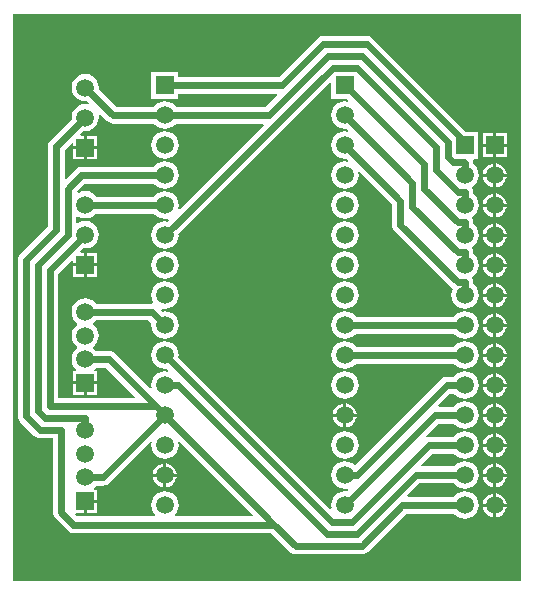
<source format=gbl>
G04 Layer_Physical_Order=2*
G04 Layer_Color=16711680*
%FSLAX24Y24*%
%MOIN*%
G70*
G01*
G75*
%ADD11R,0.0591X0.0591*%
%ADD12C,0.0591*%
%ADD13C,0.0236*%
G36*
X43307Y12992D02*
X26378D01*
Y31890D01*
X43307D01*
Y12992D01*
D02*
G37*
%LPC*%
G36*
X29191Y19542D02*
X28846D01*
Y19196D01*
X29191D01*
Y19542D01*
D02*
G37*
G36*
X28746D02*
X28400D01*
Y19196D01*
X28746D01*
Y19542D01*
D02*
G37*
G36*
X42499Y19905D02*
Y19563D01*
X42841D01*
X42834Y19616D01*
X42794Y19712D01*
X42731Y19795D01*
X42649Y19858D01*
X42552Y19898D01*
X42499Y19905D01*
D02*
G37*
G36*
X42399Y19905D02*
X42346Y19898D01*
X42250Y19858D01*
X42167Y19795D01*
X42104Y19712D01*
X42064Y19616D01*
X42057Y19563D01*
X42399D01*
Y19905D01*
D02*
G37*
G36*
X42841Y19463D02*
X42499D01*
Y19121D01*
X42552Y19128D01*
X42649Y19168D01*
X42731Y19231D01*
X42794Y19314D01*
X42834Y19410D01*
X42841Y19463D01*
D02*
G37*
G36*
X42499Y18905D02*
Y18563D01*
X42841D01*
X42834Y18616D01*
X42794Y18712D01*
X42731Y18795D01*
X42649Y18858D01*
X42552Y18898D01*
X42499Y18905D01*
D02*
G37*
G36*
X37499D02*
Y18563D01*
X37841D01*
X37834Y18616D01*
X37794Y18712D01*
X37731Y18795D01*
X37649Y18858D01*
X37552Y18898D01*
X37499Y18905D01*
D02*
G37*
G36*
X42399Y19463D02*
X42057D01*
X42064Y19410D01*
X42104Y19314D01*
X42167Y19231D01*
X42250Y19168D01*
X42346Y19128D01*
X42399Y19121D01*
Y19463D01*
D02*
G37*
G36*
X37449Y19970D02*
X37331Y19954D01*
X37221Y19908D01*
X37126Y19836D01*
X37054Y19741D01*
X37008Y19631D01*
X36993Y19513D01*
X37008Y19395D01*
X37054Y19285D01*
X37126Y19190D01*
X37221Y19118D01*
X37331Y19072D01*
X37449Y19056D01*
X37567Y19072D01*
X37678Y19118D01*
X37772Y19190D01*
X37845Y19285D01*
X37890Y19395D01*
X37906Y19513D01*
X37890Y19631D01*
X37845Y19741D01*
X37772Y19836D01*
X37678Y19908D01*
X37567Y19954D01*
X37449Y19970D01*
D02*
G37*
G36*
X42841Y21463D02*
X42499D01*
Y21121D01*
X42552Y21128D01*
X42649Y21168D01*
X42731Y21231D01*
X42794Y21314D01*
X42834Y21410D01*
X42841Y21463D01*
D02*
G37*
G36*
X42399D02*
X42057D01*
X42064Y21410D01*
X42104Y21314D01*
X42167Y21231D01*
X42250Y21168D01*
X42346Y21128D01*
X42399Y21121D01*
Y21463D01*
D02*
G37*
G36*
X42499Y21905D02*
Y21563D01*
X42841D01*
X42834Y21616D01*
X42794Y21712D01*
X42731Y21795D01*
X42649Y21858D01*
X42552Y21898D01*
X42499Y21905D01*
D02*
G37*
G36*
X42399Y21905D02*
X42346Y21898D01*
X42250Y21858D01*
X42167Y21795D01*
X42104Y21712D01*
X42064Y21616D01*
X42057Y21563D01*
X42399D01*
Y21905D01*
D02*
G37*
G36*
X41449Y20970D02*
X41331Y20954D01*
X41221Y20909D01*
X41126Y20836D01*
X41092Y20791D01*
X37807D01*
X37772Y20836D01*
X37678Y20909D01*
X37567Y20954D01*
X37449Y20970D01*
X37331Y20954D01*
X37221Y20909D01*
X37126Y20836D01*
X37054Y20741D01*
X37008Y20631D01*
X36993Y20513D01*
X37008Y20395D01*
X37054Y20285D01*
X37126Y20190D01*
X37221Y20118D01*
X37331Y20072D01*
X37449Y20056D01*
X37567Y20072D01*
X37678Y20118D01*
X37772Y20190D01*
X37807Y20235D01*
X41092D01*
X41126Y20190D01*
X41221Y20118D01*
X41331Y20072D01*
X41449Y20056D01*
X41567Y20072D01*
X41678Y20118D01*
X41772Y20190D01*
X41845Y20285D01*
X41890Y20395D01*
X41906Y20513D01*
X41890Y20631D01*
X41845Y20741D01*
X41772Y20836D01*
X41678Y20909D01*
X41567Y20954D01*
X41449Y20970D01*
D02*
G37*
G36*
X42841Y20463D02*
X42499D01*
Y20121D01*
X42552Y20128D01*
X42649Y20168D01*
X42731Y20231D01*
X42794Y20314D01*
X42834Y20410D01*
X42841Y20463D01*
D02*
G37*
G36*
X42399D02*
X42057D01*
X42064Y20410D01*
X42104Y20314D01*
X42167Y20231D01*
X42250Y20168D01*
X42346Y20128D01*
X42399Y20121D01*
Y20463D01*
D02*
G37*
G36*
X42499Y20905D02*
Y20563D01*
X42841D01*
X42834Y20616D01*
X42794Y20712D01*
X42731Y20795D01*
X42649Y20858D01*
X42552Y20898D01*
X42499Y20905D01*
D02*
G37*
G36*
X42399Y20905D02*
X42346Y20898D01*
X42250Y20858D01*
X42167Y20795D01*
X42104Y20712D01*
X42064Y20616D01*
X42057Y20563D01*
X42399D01*
Y20905D01*
D02*
G37*
G36*
Y18905D02*
X42346Y18898D01*
X42250Y18858D01*
X42167Y18795D01*
X42104Y18712D01*
X42064Y18616D01*
X42057Y18563D01*
X42399D01*
Y18905D01*
D02*
G37*
G36*
X42399Y16905D02*
X42346Y16898D01*
X42250Y16858D01*
X42167Y16795D01*
X42104Y16712D01*
X42064Y16616D01*
X42057Y16563D01*
X42399D01*
Y16905D01*
D02*
G37*
G36*
X42841Y16463D02*
X42499D01*
Y16121D01*
X42552Y16128D01*
X42649Y16168D01*
X42731Y16231D01*
X42794Y16314D01*
X42834Y16410D01*
X42841Y16463D01*
D02*
G37*
G36*
X37449Y17970D02*
X37331Y17954D01*
X37221Y17909D01*
X37126Y17836D01*
X37054Y17741D01*
X37008Y17631D01*
X36993Y17513D01*
X37008Y17395D01*
X37054Y17285D01*
X37126Y17190D01*
X37221Y17118D01*
X37331Y17072D01*
X37449Y17056D01*
X37567Y17072D01*
X37678Y17118D01*
X37772Y17190D01*
X37845Y17285D01*
X37890Y17395D01*
X37906Y17513D01*
X37890Y17631D01*
X37845Y17741D01*
X37772Y17836D01*
X37678Y17909D01*
X37567Y17954D01*
X37449Y17970D01*
D02*
G37*
G36*
X42499Y16905D02*
Y16563D01*
X42841D01*
X42834Y16616D01*
X42794Y16712D01*
X42731Y16795D01*
X42649Y16858D01*
X42552Y16898D01*
X42499Y16905D01*
D02*
G37*
G36*
X42399Y16463D02*
X42057D01*
X42064Y16410D01*
X42104Y16314D01*
X42167Y16231D01*
X42250Y16168D01*
X42346Y16128D01*
X42399Y16121D01*
Y16463D01*
D02*
G37*
G36*
X42841Y15463D02*
X42499D01*
Y15121D01*
X42552Y15128D01*
X42649Y15168D01*
X42731Y15231D01*
X42794Y15314D01*
X42834Y15410D01*
X42841Y15463D01*
D02*
G37*
G36*
X42399D02*
X42057D01*
X42064Y15410D01*
X42104Y15314D01*
X42167Y15231D01*
X42250Y15168D01*
X42346Y15128D01*
X42399Y15121D01*
Y15463D01*
D02*
G37*
G36*
X42499Y15905D02*
Y15563D01*
X42841D01*
X42834Y15616D01*
X42794Y15712D01*
X42731Y15795D01*
X42649Y15858D01*
X42552Y15898D01*
X42499Y15905D01*
D02*
G37*
G36*
X42399Y15905D02*
X42346Y15898D01*
X42250Y15858D01*
X42167Y15795D01*
X42104Y15712D01*
X42064Y15616D01*
X42057Y15563D01*
X42399D01*
Y15905D01*
D02*
G37*
G36*
X37841Y18463D02*
X37499D01*
Y18121D01*
X37552Y18128D01*
X37649Y18168D01*
X37731Y18231D01*
X37794Y18314D01*
X37834Y18410D01*
X37841Y18463D01*
D02*
G37*
G36*
X42399D02*
X42057D01*
X42064Y18410D01*
X42104Y18314D01*
X42167Y18231D01*
X42250Y18168D01*
X42346Y18128D01*
X42399Y18121D01*
Y18463D01*
D02*
G37*
G36*
X37399Y18905D02*
X37346Y18898D01*
X37250Y18858D01*
X37167Y18795D01*
X37104Y18712D01*
X37064Y18616D01*
X37057Y18563D01*
X37399D01*
Y18905D01*
D02*
G37*
G36*
X42841Y18463D02*
X42499D01*
Y18121D01*
X42552Y18128D01*
X42649Y18168D01*
X42731Y18231D01*
X42794Y18314D01*
X42834Y18410D01*
X42841Y18463D01*
D02*
G37*
G36*
X37399D02*
X37057D01*
X37064Y18410D01*
X37104Y18314D01*
X37167Y18231D01*
X37250Y18168D01*
X37346Y18128D01*
X37399Y18121D01*
Y18463D01*
D02*
G37*
G36*
X42841Y17463D02*
X42499D01*
Y17121D01*
X42552Y17128D01*
X42649Y17168D01*
X42731Y17231D01*
X42794Y17314D01*
X42834Y17410D01*
X42841Y17463D01*
D02*
G37*
G36*
X42399D02*
X42057D01*
X42064Y17410D01*
X42104Y17314D01*
X42167Y17231D01*
X42250Y17168D01*
X42346Y17128D01*
X42399Y17121D01*
Y17463D01*
D02*
G37*
G36*
X42499Y17905D02*
Y17563D01*
X42841D01*
X42834Y17616D01*
X42794Y17712D01*
X42731Y17795D01*
X42649Y17858D01*
X42552Y17898D01*
X42499Y17905D01*
D02*
G37*
G36*
X42399Y17905D02*
X42346Y17898D01*
X42250Y17858D01*
X42167Y17795D01*
X42104Y17712D01*
X42064Y17616D01*
X42057Y17563D01*
X42399D01*
Y17905D01*
D02*
G37*
G36*
X41449Y21970D02*
X41331Y21954D01*
X41221Y21909D01*
X41126Y21836D01*
X41092Y21791D01*
X37807D01*
X37772Y21836D01*
X37678Y21909D01*
X37567Y21954D01*
X37449Y21970D01*
X37331Y21954D01*
X37221Y21909D01*
X37126Y21836D01*
X37054Y21741D01*
X37008Y21631D01*
X36993Y21513D01*
X37008Y21395D01*
X37054Y21285D01*
X37126Y21190D01*
X37221Y21118D01*
X37331Y21072D01*
X37449Y21056D01*
X37567Y21072D01*
X37678Y21118D01*
X37772Y21190D01*
X37807Y21235D01*
X41092D01*
X41126Y21190D01*
X41221Y21118D01*
X41331Y21072D01*
X41449Y21056D01*
X41567Y21072D01*
X41678Y21118D01*
X41772Y21190D01*
X41845Y21285D01*
X41890Y21395D01*
X41906Y21513D01*
X41890Y21631D01*
X41845Y21741D01*
X41772Y21836D01*
X41678Y21909D01*
X41567Y21954D01*
X41449Y21970D01*
D02*
G37*
G36*
X42399Y25905D02*
X42346Y25898D01*
X42250Y25858D01*
X42167Y25795D01*
X42104Y25712D01*
X42064Y25616D01*
X42057Y25563D01*
X42399D01*
Y25905D01*
D02*
G37*
G36*
X42841Y25463D02*
X42499D01*
Y25121D01*
X42552Y25128D01*
X42649Y25168D01*
X42731Y25231D01*
X42794Y25314D01*
X42834Y25410D01*
X42841Y25463D01*
D02*
G37*
G36*
X42399Y26463D02*
X42057D01*
X42064Y26410D01*
X42104Y26314D01*
X42167Y26231D01*
X42250Y26168D01*
X42346Y26128D01*
X42399Y26121D01*
Y26463D01*
D02*
G37*
G36*
X42499Y25905D02*
Y25563D01*
X42841D01*
X42834Y25616D01*
X42794Y25712D01*
X42731Y25795D01*
X42649Y25858D01*
X42552Y25898D01*
X42499Y25905D01*
D02*
G37*
G36*
Y24905D02*
Y24563D01*
X42841D01*
X42834Y24616D01*
X42794Y24712D01*
X42731Y24795D01*
X42649Y24858D01*
X42552Y24898D01*
X42499Y24905D01*
D02*
G37*
G36*
X42399Y24905D02*
X42346Y24898D01*
X42250Y24858D01*
X42167Y24795D01*
X42104Y24712D01*
X42064Y24616D01*
X42057Y24563D01*
X42399D01*
Y24905D01*
D02*
G37*
G36*
Y25463D02*
X42057D01*
X42064Y25410D01*
X42104Y25314D01*
X42167Y25231D01*
X42250Y25168D01*
X42346Y25128D01*
X42399Y25121D01*
Y25463D01*
D02*
G37*
G36*
X37449Y25970D02*
X37331Y25954D01*
X37221Y25909D01*
X37126Y25836D01*
X37054Y25741D01*
X37008Y25631D01*
X36993Y25513D01*
X37008Y25395D01*
X37054Y25285D01*
X37126Y25190D01*
X37221Y25118D01*
X37331Y25072D01*
X37449Y25056D01*
X37567Y25072D01*
X37678Y25118D01*
X37772Y25190D01*
X37845Y25285D01*
X37890Y25395D01*
X37906Y25513D01*
X37890Y25631D01*
X37845Y25741D01*
X37772Y25836D01*
X37678Y25909D01*
X37567Y25954D01*
X37449Y25970D01*
D02*
G37*
G36*
X42399Y27908D02*
X42054D01*
Y27563D01*
X42399D01*
Y27908D01*
D02*
G37*
G36*
X42844Y27463D02*
X42499D01*
Y27118D01*
X42844D01*
Y27463D01*
D02*
G37*
G36*
X38185Y31149D02*
X36714D01*
X36642Y31140D01*
X36575Y31112D01*
X36517Y31068D01*
X35240Y29791D01*
X31902D01*
Y29966D01*
X30996D01*
Y29060D01*
X31902D01*
Y29235D01*
X35176D01*
X35195Y29189D01*
X34797Y28791D01*
X31807D01*
X31772Y28836D01*
X31678Y28909D01*
X31567Y28954D01*
X31449Y28970D01*
X31331Y28954D01*
X31221Y28909D01*
X31126Y28836D01*
X31092Y28791D01*
X29832D01*
X29245Y29378D01*
X29252Y29434D01*
X29237Y29552D01*
X29191Y29663D01*
X29119Y29757D01*
X29024Y29830D01*
X28914Y29875D01*
X28796Y29891D01*
X28677Y29875D01*
X28567Y29830D01*
X28473Y29757D01*
X28400Y29663D01*
X28355Y29552D01*
X28339Y29434D01*
X28355Y29316D01*
X28400Y29206D01*
X28473Y29111D01*
X28567Y29039D01*
X28677Y28993D01*
X28796Y28978D01*
X28852Y28985D01*
X28911Y28926D01*
X28887Y28879D01*
X28796Y28891D01*
X28677Y28875D01*
X28567Y28830D01*
X28473Y28757D01*
X28400Y28663D01*
X28355Y28552D01*
X28339Y28434D01*
X28346Y28378D01*
X27635Y27666D01*
X27590Y27609D01*
X27563Y27542D01*
X27553Y27470D01*
Y24793D01*
X26631Y23870D01*
X26586Y23813D01*
X26559Y23746D01*
X26549Y23674D01*
Y18478D01*
X26559Y18406D01*
X26586Y18339D01*
X26631Y18282D01*
X27092Y17820D01*
X27149Y17776D01*
X27216Y17748D01*
X27288Y17739D01*
X27710D01*
Y15281D01*
X27720Y15209D01*
X27748Y15142D01*
X27792Y15084D01*
X28205Y14671D01*
X28263Y14627D01*
X28330Y14599D01*
X28402Y14589D01*
X34980D01*
X35611Y13958D01*
X35668Y13914D01*
X35735Y13886D01*
X35807Y13877D01*
X38012D01*
X38084Y13886D01*
X38151Y13914D01*
X38208Y13958D01*
X39485Y15235D01*
X41092D01*
X41126Y15190D01*
X41221Y15118D01*
X41331Y15072D01*
X41449Y15056D01*
X41567Y15072D01*
X41678Y15118D01*
X41772Y15190D01*
X41845Y15285D01*
X41890Y15395D01*
X41906Y15513D01*
X41890Y15631D01*
X41845Y15741D01*
X41772Y15836D01*
X41678Y15908D01*
X41567Y15954D01*
X41449Y15970D01*
X41331Y15954D01*
X41221Y15908D01*
X41126Y15836D01*
X41092Y15791D01*
X39550D01*
X39531Y15837D01*
X39946Y16253D01*
X41078D01*
X41126Y16190D01*
X41221Y16118D01*
X41331Y16072D01*
X41449Y16056D01*
X41567Y16072D01*
X41678Y16118D01*
X41772Y16190D01*
X41845Y16285D01*
X41890Y16395D01*
X41906Y16513D01*
X41890Y16631D01*
X41845Y16741D01*
X41772Y16836D01*
X41678Y16909D01*
X41567Y16954D01*
X41449Y16970D01*
X41331Y16954D01*
X41221Y16909D01*
X41126Y16836D01*
X41106Y16809D01*
X40011D01*
X39992Y16855D01*
X40372Y17235D01*
X41092D01*
X41126Y17190D01*
X41221Y17118D01*
X41331Y17072D01*
X41449Y17056D01*
X41567Y17072D01*
X41678Y17118D01*
X41772Y17190D01*
X41845Y17285D01*
X41890Y17395D01*
X41906Y17513D01*
X41890Y17631D01*
X41845Y17741D01*
X41772Y17836D01*
X41678Y17909D01*
X41567Y17954D01*
X41449Y17970D01*
X41331Y17954D01*
X41221Y17909D01*
X41126Y17836D01*
X41092Y17791D01*
X40257D01*
X40185Y17782D01*
X40179Y17779D01*
X40151Y17822D01*
X40564Y18235D01*
X41092D01*
X41126Y18190D01*
X41221Y18118D01*
X41331Y18072D01*
X41449Y18056D01*
X41567Y18072D01*
X41678Y18118D01*
X41772Y18190D01*
X41845Y18285D01*
X41890Y18395D01*
X41906Y18513D01*
X41890Y18631D01*
X41845Y18741D01*
X41772Y18836D01*
X41678Y18908D01*
X41567Y18954D01*
X41449Y18970D01*
X41331Y18954D01*
X41221Y18908D01*
X41126Y18836D01*
X41092Y18791D01*
X40579D01*
X40560Y18837D01*
X40957Y19235D01*
X41092D01*
X41126Y19190D01*
X41221Y19118D01*
X41331Y19072D01*
X41449Y19056D01*
X41567Y19072D01*
X41678Y19118D01*
X41772Y19190D01*
X41845Y19285D01*
X41890Y19395D01*
X41906Y19513D01*
X41890Y19631D01*
X41845Y19741D01*
X41772Y19836D01*
X41678Y19908D01*
X41567Y19954D01*
X41449Y19970D01*
X41331Y19954D01*
X41221Y19908D01*
X41126Y19836D01*
X41092Y19791D01*
X40842D01*
X40770Y19782D01*
X40703Y19754D01*
X40646Y19710D01*
X37772Y16836D01*
X37678Y16909D01*
X37567Y16954D01*
X37449Y16970D01*
X37331Y16954D01*
X37221Y16909D01*
X37126Y16836D01*
X37054Y16741D01*
X37008Y16631D01*
X36993Y16513D01*
X37008Y16395D01*
X37054Y16285D01*
X37126Y16190D01*
X37221Y16118D01*
X37331Y16072D01*
X37449Y16056D01*
X37541Y16068D01*
X37564Y16021D01*
X37505Y15962D01*
X37449Y15970D01*
X37331Y15954D01*
X37221Y15908D01*
X37126Y15836D01*
X37054Y15741D01*
X37008Y15631D01*
X36993Y15513D01*
X37005Y15421D01*
X36957Y15398D01*
X31898Y20457D01*
X31906Y20513D01*
X31890Y20631D01*
X31845Y20741D01*
X31772Y20836D01*
X31678Y20909D01*
X31567Y20954D01*
X31449Y20970D01*
X31331Y20954D01*
X31221Y20909D01*
X31126Y20836D01*
X31054Y20741D01*
X31008Y20631D01*
X30993Y20513D01*
X31008Y20395D01*
X31054Y20285D01*
X31126Y20190D01*
X31221Y20118D01*
X31331Y20072D01*
X31449Y20056D01*
X31505Y20064D01*
X31564Y20005D01*
X31541Y19958D01*
X31449Y19970D01*
X31331Y19954D01*
X31221Y19908D01*
X31126Y19836D01*
X31054Y19741D01*
X31008Y19631D01*
X30993Y19513D01*
X31005Y19421D01*
X30957Y19398D01*
X29780Y20576D01*
X29722Y20620D01*
X29655Y20648D01*
X29583Y20657D01*
X29153D01*
X29119Y20702D01*
X29059Y20748D01*
Y20798D01*
X29119Y20844D01*
X29191Y20938D01*
X29237Y21048D01*
X29252Y21167D01*
X29237Y21285D01*
X29191Y21395D01*
X29119Y21489D01*
X29059Y21535D01*
Y21585D01*
X29119Y21631D01*
X29153Y21676D01*
X30893D01*
X31000Y21569D01*
X30993Y21513D01*
X31008Y21395D01*
X31054Y21285D01*
X31126Y21190D01*
X31221Y21118D01*
X31331Y21072D01*
X31449Y21056D01*
X31567Y21072D01*
X31678Y21118D01*
X31772Y21190D01*
X31845Y21285D01*
X31890Y21395D01*
X31906Y21513D01*
X31890Y21631D01*
X31845Y21741D01*
X31772Y21836D01*
X31678Y21909D01*
X31567Y21954D01*
X31449Y21970D01*
X31393Y21962D01*
X31334Y22021D01*
X31358Y22068D01*
X31449Y22056D01*
X31567Y22072D01*
X31678Y22118D01*
X31772Y22190D01*
X31845Y22285D01*
X31890Y22395D01*
X31906Y22513D01*
X31890Y22631D01*
X31845Y22741D01*
X31772Y22836D01*
X31678Y22908D01*
X31567Y22954D01*
X31449Y22970D01*
X31331Y22954D01*
X31221Y22908D01*
X31126Y22836D01*
X31054Y22741D01*
X31008Y22631D01*
X30993Y22513D01*
X31008Y22395D01*
X31054Y22285D01*
X31061Y22275D01*
X31034Y22229D01*
X31008Y22232D01*
X29153D01*
X29119Y22277D01*
X29024Y22349D01*
X28914Y22395D01*
X28796Y22411D01*
X28677Y22395D01*
X28567Y22349D01*
X28473Y22277D01*
X28400Y22182D01*
X28355Y22072D01*
X28339Y21954D01*
X28355Y21836D01*
X28400Y21726D01*
X28473Y21631D01*
X28532Y21585D01*
Y21535D01*
X28473Y21489D01*
X28400Y21395D01*
X28355Y21285D01*
X28339Y21167D01*
X28355Y21048D01*
X28400Y20938D01*
X28473Y20844D01*
X28532Y20798D01*
Y20748D01*
X28473Y20702D01*
X28400Y20607D01*
X28355Y20497D01*
X28339Y20379D01*
X28355Y20261D01*
X28400Y20151D01*
X28473Y20056D01*
X28501Y20034D01*
X28485Y19987D01*
X28400D01*
Y19642D01*
X28796D01*
X29191D01*
Y19987D01*
X29106D01*
X29090Y20034D01*
X29119Y20056D01*
X29153Y20101D01*
X29468D01*
X30441Y19129D01*
X30421Y19082D01*
X27892D01*
Y23233D01*
X28354Y23694D01*
X28400Y23675D01*
Y23579D01*
X28746D01*
Y23924D01*
X28649D01*
X28630Y23970D01*
X28739Y24079D01*
X28796Y24072D01*
X28914Y24088D01*
X29024Y24133D01*
X29119Y24206D01*
X29191Y24300D01*
X29237Y24411D01*
X29252Y24529D01*
X29237Y24647D01*
X29191Y24757D01*
X29119Y24852D01*
X29024Y24924D01*
X28914Y24970D01*
X28796Y24985D01*
X28677Y24970D01*
X28567Y24924D01*
X28548Y24909D01*
X28503Y24931D01*
Y25126D01*
X28548Y25148D01*
X28567Y25133D01*
X28677Y25088D01*
X28796Y25072D01*
X28914Y25088D01*
X29024Y25133D01*
X29119Y25206D01*
X29141Y25235D01*
X31092D01*
X31126Y25190D01*
X31221Y25118D01*
X31331Y25072D01*
X31449Y25056D01*
X31563Y25071D01*
X31567Y25068D01*
X31580Y25018D01*
X31523Y24960D01*
X31449Y24970D01*
X31331Y24954D01*
X31221Y24908D01*
X31126Y24836D01*
X31054Y24741D01*
X31008Y24631D01*
X30993Y24513D01*
X31008Y24395D01*
X31054Y24285D01*
X31126Y24190D01*
X31221Y24118D01*
X31331Y24072D01*
X31449Y24056D01*
X31567Y24072D01*
X31678Y24118D01*
X31772Y24190D01*
X31845Y24285D01*
X31890Y24395D01*
X31906Y24513D01*
X31901Y24552D01*
X36950Y29601D01*
X36996Y29582D01*
Y29060D01*
X37509D01*
X37564Y29005D01*
X37541Y28958D01*
X37449Y28970D01*
X37331Y28954D01*
X37221Y28909D01*
X37126Y28836D01*
X37054Y28741D01*
X37008Y28631D01*
X36993Y28513D01*
X37008Y28395D01*
X37054Y28285D01*
X37126Y28190D01*
X37221Y28118D01*
X37331Y28072D01*
X37449Y28056D01*
X37505Y28064D01*
X37564Y28005D01*
X37541Y27958D01*
X37449Y27970D01*
X37331Y27954D01*
X37221Y27908D01*
X37126Y27836D01*
X37054Y27741D01*
X37008Y27631D01*
X36993Y27513D01*
X37008Y27395D01*
X37054Y27285D01*
X37126Y27190D01*
X37221Y27118D01*
X37331Y27072D01*
X37449Y27056D01*
X37505Y27064D01*
X37564Y27005D01*
X37541Y26958D01*
X37449Y26970D01*
X37331Y26954D01*
X37221Y26909D01*
X37126Y26836D01*
X37054Y26741D01*
X37008Y26631D01*
X36993Y26513D01*
X37008Y26395D01*
X37054Y26285D01*
X37126Y26190D01*
X37221Y26118D01*
X37331Y26072D01*
X37449Y26056D01*
X37567Y26072D01*
X37678Y26118D01*
X37772Y26190D01*
X37845Y26285D01*
X37890Y26395D01*
X37906Y26513D01*
X37894Y26605D01*
X37941Y26628D01*
X39026Y25544D01*
Y24851D01*
X39035Y24779D01*
X39063Y24712D01*
X39107Y24655D01*
X41016Y22746D01*
X41046Y22723D01*
X41008Y22631D01*
X40993Y22513D01*
X41008Y22395D01*
X41054Y22285D01*
X41126Y22190D01*
X41221Y22118D01*
X41331Y22072D01*
X41449Y22056D01*
X41567Y22072D01*
X41678Y22118D01*
X41772Y22190D01*
X41845Y22285D01*
X41890Y22395D01*
X41906Y22513D01*
X41890Y22631D01*
X41845Y22741D01*
X41772Y22836D01*
X41727Y22870D01*
Y22942D01*
X41718Y23014D01*
X41690Y23081D01*
X41673Y23103D01*
X41678Y23118D01*
X41772Y23190D01*
X41845Y23285D01*
X41890Y23395D01*
X41906Y23513D01*
X41890Y23631D01*
X41845Y23741D01*
X41772Y23836D01*
X41727Y23870D01*
Y23942D01*
X41718Y24014D01*
X41690Y24081D01*
X41673Y24103D01*
X41678Y24118D01*
X41772Y24190D01*
X41845Y24285D01*
X41890Y24395D01*
X41906Y24513D01*
X41890Y24631D01*
X41845Y24741D01*
X41772Y24836D01*
X41727Y24870D01*
Y24942D01*
X41718Y25014D01*
X41690Y25081D01*
X41673Y25103D01*
X41678Y25118D01*
X41772Y25190D01*
X41845Y25285D01*
X41890Y25395D01*
X41906Y25513D01*
X41890Y25631D01*
X41845Y25741D01*
X41772Y25836D01*
X41727Y25870D01*
Y25942D01*
X41718Y26014D01*
X41690Y26081D01*
X41673Y26103D01*
X41678Y26118D01*
X41772Y26190D01*
X41845Y26285D01*
X41890Y26395D01*
X41906Y26513D01*
X41890Y26631D01*
X41845Y26741D01*
X41772Y26836D01*
X41727Y26870D01*
Y26913D01*
X41718Y26985D01*
X41707Y27010D01*
X41741Y27060D01*
X41902D01*
Y27966D01*
X41483D01*
X38381Y31068D01*
X38324Y31112D01*
X38257Y31140D01*
X38185Y31149D01*
D02*
G37*
G36*
X42844Y27908D02*
X42499D01*
Y27563D01*
X42844D01*
Y27908D01*
D02*
G37*
G36*
X42399Y26905D02*
X42346Y26898D01*
X42250Y26858D01*
X42167Y26795D01*
X42104Y26712D01*
X42064Y26616D01*
X42057Y26563D01*
X42399D01*
Y26905D01*
D02*
G37*
G36*
X42841Y26463D02*
X42499D01*
Y26121D01*
X42552Y26128D01*
X42649Y26168D01*
X42731Y26231D01*
X42794Y26314D01*
X42834Y26410D01*
X42841Y26463D01*
D02*
G37*
G36*
X42399Y27463D02*
X42054D01*
Y27118D01*
X42399D01*
Y27463D01*
D02*
G37*
G36*
X42499Y26905D02*
Y26563D01*
X42841D01*
X42834Y26616D01*
X42794Y26712D01*
X42731Y26795D01*
X42649Y26858D01*
X42552Y26898D01*
X42499Y26905D01*
D02*
G37*
G36*
X42841Y24463D02*
X42499D01*
Y24121D01*
X42552Y24128D01*
X42649Y24168D01*
X42731Y24231D01*
X42794Y24314D01*
X42834Y24410D01*
X42841Y24463D01*
D02*
G37*
G36*
X31449Y23970D02*
X31331Y23954D01*
X31221Y23909D01*
X31126Y23836D01*
X31054Y23741D01*
X31008Y23631D01*
X30993Y23513D01*
X31008Y23395D01*
X31054Y23285D01*
X31126Y23190D01*
X31221Y23118D01*
X31331Y23072D01*
X31449Y23056D01*
X31567Y23072D01*
X31678Y23118D01*
X31772Y23190D01*
X31845Y23285D01*
X31890Y23395D01*
X31906Y23513D01*
X31890Y23631D01*
X31845Y23741D01*
X31772Y23836D01*
X31678Y23909D01*
X31567Y23954D01*
X31449Y23970D01*
D02*
G37*
G36*
X37449Y22970D02*
X37331Y22954D01*
X37221Y22908D01*
X37126Y22836D01*
X37054Y22741D01*
X37008Y22631D01*
X36993Y22513D01*
X37008Y22395D01*
X37054Y22285D01*
X37126Y22190D01*
X37221Y22118D01*
X37331Y22072D01*
X37449Y22056D01*
X37567Y22072D01*
X37678Y22118D01*
X37772Y22190D01*
X37845Y22285D01*
X37890Y22395D01*
X37906Y22513D01*
X37890Y22631D01*
X37845Y22741D01*
X37772Y22836D01*
X37678Y22908D01*
X37567Y22954D01*
X37449Y22970D01*
D02*
G37*
G36*
X42399Y23463D02*
X42057D01*
X42064Y23410D01*
X42104Y23314D01*
X42167Y23231D01*
X42250Y23168D01*
X42346Y23128D01*
X42399Y23121D01*
Y23463D01*
D02*
G37*
G36*
X37449Y23970D02*
X37331Y23954D01*
X37221Y23909D01*
X37126Y23836D01*
X37054Y23741D01*
X37008Y23631D01*
X36993Y23513D01*
X37008Y23395D01*
X37054Y23285D01*
X37126Y23190D01*
X37221Y23118D01*
X37331Y23072D01*
X37449Y23056D01*
X37567Y23072D01*
X37678Y23118D01*
X37772Y23190D01*
X37845Y23285D01*
X37890Y23395D01*
X37906Y23513D01*
X37890Y23631D01*
X37845Y23741D01*
X37772Y23836D01*
X37678Y23909D01*
X37567Y23954D01*
X37449Y23970D01*
D02*
G37*
G36*
X42499Y22905D02*
Y22563D01*
X42841D01*
X42834Y22616D01*
X42794Y22712D01*
X42731Y22795D01*
X42649Y22858D01*
X42552Y22898D01*
X42499Y22905D01*
D02*
G37*
G36*
X42399Y22905D02*
X42346Y22898D01*
X42250Y22858D01*
X42167Y22795D01*
X42104Y22712D01*
X42064Y22616D01*
X42057Y22563D01*
X42399D01*
Y22905D01*
D02*
G37*
G36*
Y22463D02*
X42057D01*
X42064Y22410D01*
X42104Y22314D01*
X42167Y22231D01*
X42250Y22168D01*
X42346Y22128D01*
X42399Y22121D01*
Y22463D01*
D02*
G37*
G36*
X42841D02*
X42499D01*
Y22121D01*
X42552Y22128D01*
X42649Y22168D01*
X42731Y22231D01*
X42794Y22314D01*
X42834Y22410D01*
X42841Y22463D01*
D02*
G37*
G36*
X37449Y24970D02*
X37331Y24954D01*
X37221Y24908D01*
X37126Y24836D01*
X37054Y24741D01*
X37008Y24631D01*
X36993Y24513D01*
X37008Y24395D01*
X37054Y24285D01*
X37126Y24190D01*
X37221Y24118D01*
X37331Y24072D01*
X37449Y24056D01*
X37567Y24072D01*
X37678Y24118D01*
X37772Y24190D01*
X37845Y24285D01*
X37890Y24395D01*
X37906Y24513D01*
X37890Y24631D01*
X37845Y24741D01*
X37772Y24836D01*
X37678Y24908D01*
X37567Y24954D01*
X37449Y24970D01*
D02*
G37*
G36*
X42399Y24463D02*
X42057D01*
X42064Y24410D01*
X42104Y24314D01*
X42167Y24231D01*
X42250Y24168D01*
X42346Y24128D01*
X42399Y24121D01*
Y24463D01*
D02*
G37*
G36*
X29191Y23924D02*
X28846D01*
Y23579D01*
X29191D01*
Y23924D01*
D02*
G37*
G36*
X42499Y23905D02*
Y23563D01*
X42841D01*
X42834Y23616D01*
X42794Y23712D01*
X42731Y23795D01*
X42649Y23858D01*
X42552Y23898D01*
X42499Y23905D01*
D02*
G37*
G36*
X28746Y23479D02*
X28400D01*
Y23133D01*
X28746D01*
Y23479D01*
D02*
G37*
G36*
X42841Y23463D02*
X42499D01*
Y23121D01*
X42552Y23128D01*
X42649Y23168D01*
X42731Y23231D01*
X42794Y23314D01*
X42834Y23410D01*
X42841Y23463D01*
D02*
G37*
G36*
X42399Y23905D02*
X42346Y23898D01*
X42250Y23858D01*
X42167Y23795D01*
X42104Y23712D01*
X42064Y23616D01*
X42057Y23563D01*
X42399D01*
Y23905D01*
D02*
G37*
G36*
X29191Y23479D02*
X28846D01*
Y23133D01*
X29191D01*
Y23479D01*
D02*
G37*
%LPD*%
G36*
X34378Y15192D02*
X34358Y15145D01*
X31787D01*
X31786Y15149D01*
X31776Y15195D01*
X31845Y15285D01*
X31890Y15395D01*
X31906Y15513D01*
X31890Y15631D01*
X31845Y15741D01*
X31772Y15836D01*
X31678Y15908D01*
X31567Y15954D01*
X31449Y15970D01*
X31331Y15954D01*
X31221Y15908D01*
X31126Y15836D01*
X31054Y15741D01*
X31008Y15631D01*
X30993Y15513D01*
X31008Y15395D01*
X31054Y15285D01*
X31122Y15195D01*
X31112Y15149D01*
X31111Y15145D01*
X28517D01*
X28465Y15198D01*
X28484Y15244D01*
X28746D01*
Y15639D01*
X28796D01*
Y15689D01*
X29191D01*
Y16034D01*
X29090D01*
X29073Y16084D01*
X29119Y16119D01*
X29153Y16164D01*
X29378D01*
X29450Y16174D01*
X29517Y16201D01*
X29575Y16246D01*
X30957Y17628D01*
X31005Y17605D01*
X30993Y17513D01*
X31008Y17395D01*
X31054Y17285D01*
X31126Y17190D01*
X31221Y17118D01*
X31331Y17072D01*
X31449Y17056D01*
X31567Y17072D01*
X31678Y17118D01*
X31772Y17190D01*
X31845Y17285D01*
X31890Y17395D01*
X31906Y17513D01*
X31894Y17605D01*
X31941Y17628D01*
X34378Y15192D01*
D02*
G37*
G36*
X29520Y28316D02*
X29578Y28272D01*
X29645Y28245D01*
X29717Y28235D01*
X31092D01*
X31126Y28190D01*
X31221Y28118D01*
X31331Y28072D01*
X31449Y28056D01*
X31567Y28072D01*
X31678Y28118D01*
X31772Y28190D01*
X31807Y28235D01*
X34732D01*
X34752Y28189D01*
X31945Y25382D01*
X31894Y25395D01*
X31891Y25399D01*
X31906Y25513D01*
X31890Y25631D01*
X31845Y25741D01*
X31772Y25836D01*
X31678Y25909D01*
X31567Y25954D01*
X31449Y25970D01*
X31331Y25954D01*
X31221Y25909D01*
X31126Y25836D01*
X31092Y25791D01*
X29165D01*
X29119Y25852D01*
X29024Y25924D01*
X28914Y25970D01*
X28796Y25985D01*
X28677Y25970D01*
X28582Y25930D01*
X28541Y25947D01*
X28528Y25957D01*
X28525Y25976D01*
X28785Y26235D01*
X31092D01*
X31126Y26190D01*
X31221Y26118D01*
X31331Y26072D01*
X31449Y26056D01*
X31567Y26072D01*
X31678Y26118D01*
X31772Y26190D01*
X31845Y26285D01*
X31890Y26395D01*
X31906Y26513D01*
X31890Y26631D01*
X31845Y26741D01*
X31772Y26836D01*
X31678Y26909D01*
X31567Y26954D01*
X31449Y26970D01*
X31331Y26954D01*
X31221Y26909D01*
X31126Y26836D01*
X31092Y26791D01*
X28670D01*
X28598Y26782D01*
X28531Y26754D01*
X28473Y26710D01*
X28155Y26392D01*
X28109Y26411D01*
Y27355D01*
X28354Y27600D01*
X28400Y27581D01*
Y27484D01*
X28746D01*
Y27830D01*
X28649D01*
X28630Y27876D01*
X28739Y27985D01*
X28796Y27978D01*
X28914Y27993D01*
X29024Y28039D01*
X29119Y28111D01*
X29191Y28206D01*
X29237Y28316D01*
X29252Y28434D01*
X29240Y28526D01*
X29288Y28549D01*
X29520Y28316D01*
D02*
G37*
%LPC*%
G36*
X29191Y15589D02*
X28846D01*
Y15244D01*
X29191D01*
Y15589D01*
D02*
G37*
G36*
X31499Y16905D02*
Y16563D01*
X31841D01*
X31834Y16616D01*
X31794Y16712D01*
X31731Y16795D01*
X31649Y16858D01*
X31552Y16898D01*
X31499Y16905D01*
D02*
G37*
G36*
X31399Y16463D02*
X31057D01*
X31064Y16410D01*
X31104Y16314D01*
X31167Y16231D01*
X31250Y16168D01*
X31346Y16128D01*
X31399Y16121D01*
Y16463D01*
D02*
G37*
G36*
X31841D02*
X31499D01*
Y16121D01*
X31552Y16128D01*
X31649Y16168D01*
X31731Y16231D01*
X31794Y16314D01*
X31834Y16410D01*
X31841Y16463D01*
D02*
G37*
G36*
X31399Y16905D02*
X31346Y16898D01*
X31250Y16858D01*
X31167Y16795D01*
X31104Y16712D01*
X31064Y16616D01*
X31057Y16563D01*
X31399D01*
Y16905D01*
D02*
G37*
G36*
X29191Y27830D02*
X28846D01*
Y27484D01*
X29191D01*
Y27830D01*
D02*
G37*
G36*
X31449Y27970D02*
X31331Y27954D01*
X31221Y27908D01*
X31126Y27836D01*
X31054Y27741D01*
X31008Y27631D01*
X30993Y27513D01*
X31008Y27395D01*
X31054Y27285D01*
X31126Y27190D01*
X31221Y27118D01*
X31331Y27072D01*
X31449Y27056D01*
X31567Y27072D01*
X31678Y27118D01*
X31772Y27190D01*
X31845Y27285D01*
X31890Y27395D01*
X31906Y27513D01*
X31890Y27631D01*
X31845Y27741D01*
X31772Y27836D01*
X31678Y27908D01*
X31567Y27954D01*
X31449Y27970D01*
D02*
G37*
G36*
X29191Y27384D02*
X28846D01*
Y27039D01*
X29191D01*
Y27384D01*
D02*
G37*
G36*
X28746D02*
X28400D01*
Y27039D01*
X28746D01*
Y27384D01*
D02*
G37*
%LPD*%
D11*
X28796Y15639D02*
D03*
Y19592D02*
D03*
Y23529D02*
D03*
Y27434D02*
D03*
X31449Y29513D02*
D03*
X37449D02*
D03*
X41449Y27513D02*
D03*
X42449D02*
D03*
D12*
X28796Y16442D02*
D03*
Y17230D02*
D03*
Y18017D02*
D03*
Y20379D02*
D03*
Y21167D02*
D03*
Y21954D02*
D03*
X31449Y18513D02*
D03*
Y17513D02*
D03*
Y16513D02*
D03*
Y15513D02*
D03*
Y19513D02*
D03*
Y20513D02*
D03*
Y21513D02*
D03*
Y22513D02*
D03*
Y23513D02*
D03*
Y24513D02*
D03*
Y25513D02*
D03*
Y26513D02*
D03*
Y27513D02*
D03*
Y28513D02*
D03*
X28796Y29434D02*
D03*
Y28434D02*
D03*
Y25529D02*
D03*
Y24529D02*
D03*
X37449Y15513D02*
D03*
Y16513D02*
D03*
Y17513D02*
D03*
Y18513D02*
D03*
Y19513D02*
D03*
Y20513D02*
D03*
Y21513D02*
D03*
Y22513D02*
D03*
Y23513D02*
D03*
Y24513D02*
D03*
Y25513D02*
D03*
Y26513D02*
D03*
Y27513D02*
D03*
Y28513D02*
D03*
X41449Y24513D02*
D03*
Y23513D02*
D03*
Y22513D02*
D03*
Y21513D02*
D03*
Y20513D02*
D03*
Y19513D02*
D03*
Y18513D02*
D03*
Y17513D02*
D03*
Y16513D02*
D03*
Y15513D02*
D03*
X42449D02*
D03*
Y16513D02*
D03*
Y17513D02*
D03*
Y18513D02*
D03*
Y19513D02*
D03*
Y20513D02*
D03*
Y21513D02*
D03*
Y22513D02*
D03*
Y23513D02*
D03*
Y24513D02*
D03*
Y25513D02*
D03*
Y26513D02*
D03*
X41449D02*
D03*
Y25513D02*
D03*
D13*
X26827Y18478D02*
X27288Y18017D01*
X27988D01*
Y15281D01*
X28402Y14867D01*
X35095D01*
X35807Y14155D01*
X38012D01*
X39370Y15513D01*
X41449D01*
Y16513D02*
X41431Y16531D01*
X39831D01*
X37849Y14548D01*
X36857D01*
X31892Y19513D01*
X31449D01*
Y18513D02*
X35095Y14867D01*
X37020Y14942D02*
X37686D01*
X40257Y17513D01*
X41449D01*
Y18513D02*
X40449D01*
X37449Y15513D01*
X37020Y14942D02*
X31449Y20513D01*
Y21513D02*
X31008Y21954D01*
X28796D01*
Y20379D02*
X29583D01*
X31158Y18804D01*
X31449Y18513D01*
X29378Y16442D01*
X28796D01*
Y18017D02*
Y18411D01*
X27451D01*
X27221Y18641D01*
Y23511D01*
X28225Y24515D01*
Y26068D01*
X28670Y26513D01*
X31449D01*
Y25513D02*
X28811D01*
X28796Y25529D01*
Y24529D02*
X27615Y23348D01*
Y18804D01*
X31158D01*
X26827Y23674D02*
X27831Y24678D01*
Y27470D01*
X28796Y28434D01*
X29717Y28513D02*
X31449D01*
X34912D01*
X36877Y30478D01*
X38022D01*
X40878Y27621D01*
Y27104D01*
X41040Y26942D01*
X41420D01*
X41449Y26913D01*
Y26513D01*
Y25942D02*
X41213D01*
X40485Y26670D01*
Y27458D01*
X37859Y30084D01*
X37040D01*
X31469Y24513D01*
X31449D01*
X29717Y28513D02*
X28796Y29434D01*
X31449Y29513D02*
X35355D01*
X36714Y30871D01*
X38185D01*
X41449Y27607D01*
Y27513D01*
X40091Y26871D02*
X37449Y29513D01*
Y28513D02*
X39697Y26265D01*
Y25458D01*
X41213Y23942D01*
X41449D01*
Y23513D01*
Y22942D02*
X41213D01*
X39304Y24851D01*
Y25659D01*
X37449Y27513D01*
X40091Y26871D02*
Y26064D01*
X41213Y24942D01*
X41449D01*
Y24513D01*
Y25513D02*
Y25942D01*
Y22942D02*
Y22513D01*
Y21513D02*
X37449D01*
Y20513D02*
X41449D01*
Y19513D02*
X40842D01*
X37842Y16513D01*
X37449D01*
X26827Y23674D02*
Y18478D01*
M02*

</source>
